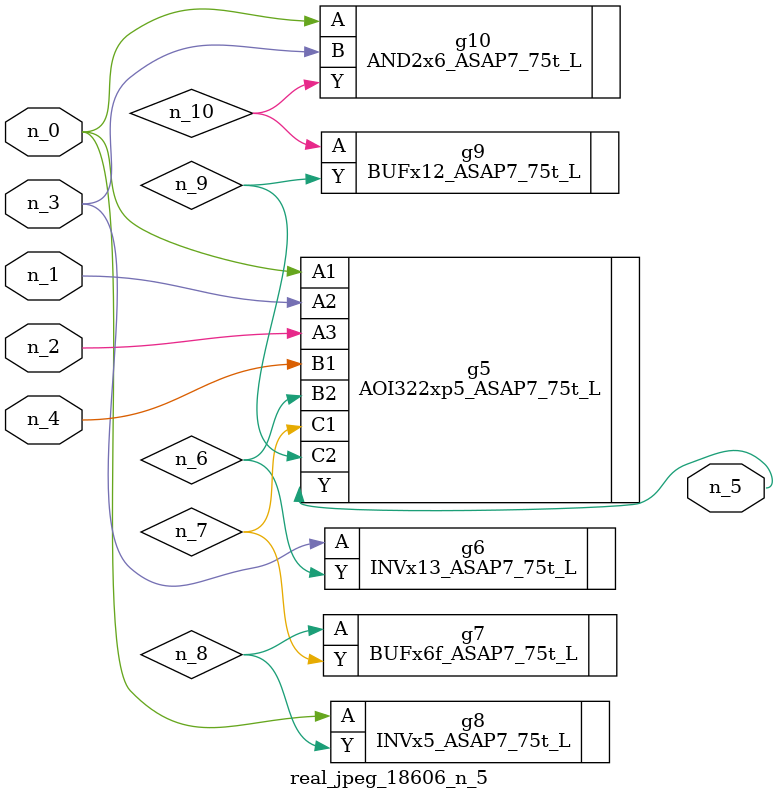
<source format=v>
module real_jpeg_18606_n_5 (n_4, n_0, n_1, n_2, n_3, n_5);

input n_4;
input n_0;
input n_1;
input n_2;
input n_3;

output n_5;

wire n_8;
wire n_6;
wire n_7;
wire n_10;
wire n_9;

AOI322xp5_ASAP7_75t_L g5 ( 
.A1(n_0),
.A2(n_1),
.A3(n_2),
.B1(n_4),
.B2(n_6),
.C1(n_7),
.C2(n_9),
.Y(n_5)
);

INVx5_ASAP7_75t_L g8 ( 
.A(n_0),
.Y(n_8)
);

AND2x6_ASAP7_75t_L g10 ( 
.A(n_0),
.B(n_3),
.Y(n_10)
);

INVx13_ASAP7_75t_L g6 ( 
.A(n_3),
.Y(n_6)
);

BUFx6f_ASAP7_75t_L g7 ( 
.A(n_8),
.Y(n_7)
);

BUFx12_ASAP7_75t_L g9 ( 
.A(n_10),
.Y(n_9)
);


endmodule
</source>
